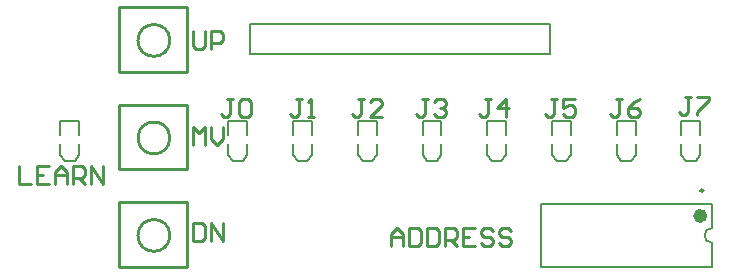
<source format=gto>
G04*
G04 #@! TF.GenerationSoftware,Altium Limited,Altium Designer,24.5.2 (23)*
G04*
G04 Layer_Color=65535*
%FSLAX25Y25*%
%MOIN*%
G70*
G04*
G04 #@! TF.SameCoordinates,1E1250FC-479B-4AD5-BC39-25AF0FE23E56*
G04*
G04*
G04 #@! TF.FilePolarity,Positive*
G04*
G01*
G75*
%ADD10C,0.02362*%
%ADD11C,0.00984*%
%ADD12C,0.00787*%
%ADD13C,0.01000*%
D10*
X240787Y41996D02*
G03*
X240787Y41996I-1181J0D01*
G01*
D11*
X240610Y50500D02*
G03*
X240610Y50500I-492J0D01*
G01*
D12*
X243543Y38000D02*
G03*
X243543Y33000I0J-2500D01*
G01*
X186457Y25067D02*
Y45933D01*
X243543Y25067D02*
Y33000D01*
Y38000D02*
Y45933D01*
X186457Y25067D02*
X243543D01*
X186457Y45933D02*
X243543D01*
X189500Y96000D02*
Y106000D01*
X89500Y96000D02*
X189500D01*
X89500D02*
Y106000D01*
X97000D01*
X189500D01*
X26350Y68878D02*
Y73602D01*
X32650Y68878D02*
Y73602D01*
X26350D02*
X32650D01*
X27925Y60216D02*
X31075D01*
X26350Y62185D02*
Y66122D01*
X31075Y60216D02*
X32650Y62185D01*
X26350D02*
X27925Y60216D01*
X32650Y62185D02*
Y66122D01*
X82350Y68878D02*
Y73602D01*
X88650Y68878D02*
Y73602D01*
X82350D02*
X88650D01*
X83925Y60216D02*
X87075D01*
X82350Y62185D02*
Y66122D01*
X87075Y60216D02*
X88650Y62185D01*
X82350D02*
X83925Y60216D01*
X88650Y62185D02*
Y66122D01*
X103922Y68878D02*
Y73602D01*
X110221Y68878D02*
Y73602D01*
X103922D02*
X110221D01*
X105497Y60216D02*
X108646D01*
X103922Y62185D02*
Y66122D01*
X108646Y60216D02*
X110221Y62185D01*
X103922D02*
X105497Y60216D01*
X110221Y62185D02*
Y66122D01*
X125493Y68878D02*
Y73602D01*
X131792Y68878D02*
Y73602D01*
X125493D02*
X131792D01*
X127068Y60216D02*
X130218D01*
X125493Y62185D02*
Y66122D01*
X130218Y60216D02*
X131792Y62185D01*
X125493D02*
X127068Y60216D01*
X131792Y62185D02*
Y66122D01*
X147065Y68878D02*
Y73602D01*
X153364Y68878D02*
Y73602D01*
X147065D02*
X153364D01*
X148640Y60216D02*
X151789D01*
X147065Y62185D02*
Y66122D01*
X151789Y60216D02*
X153364Y62185D01*
X147065D02*
X148640Y60216D01*
X153364Y62185D02*
Y66122D01*
X168636Y68878D02*
Y73602D01*
X174935Y68878D02*
Y73602D01*
X168636D02*
X174935D01*
X170211Y60216D02*
X173361D01*
X168636Y62185D02*
Y66122D01*
X173361Y60216D02*
X174935Y62185D01*
X168636D02*
X170211Y60216D01*
X174935Y62185D02*
Y66122D01*
X233350Y68878D02*
Y73602D01*
X239650Y68878D02*
Y73602D01*
X233350D02*
X239650D01*
X234925Y60216D02*
X238075D01*
X233350Y62185D02*
Y66122D01*
X238075Y60216D02*
X239650Y62185D01*
X233350D02*
X234925Y60216D01*
X239650Y62185D02*
Y66122D01*
X211779Y68878D02*
Y73602D01*
X218078Y68878D02*
Y73602D01*
X211779D02*
X218078D01*
X213354Y60216D02*
X216503D01*
X211779Y62185D02*
Y66122D01*
X216503Y60216D02*
X218078Y62185D01*
X211779D02*
X213354Y60216D01*
X218078Y62185D02*
Y66122D01*
X190208Y68878D02*
Y73602D01*
X196507Y68878D02*
Y73602D01*
X190208D02*
X196507D01*
X191782Y60216D02*
X194932D01*
X190208Y62185D02*
Y66122D01*
X194932Y60216D02*
X196507Y62185D01*
X190208D02*
X191782Y60216D01*
X196507Y62185D02*
Y66122D01*
D13*
X62815Y100500D02*
G03*
X62815Y100500I-5315J0D01*
G01*
Y68000D02*
G03*
X62815Y68000I-5315J0D01*
G01*
Y35500D02*
G03*
X62815Y35500I-5315J0D01*
G01*
X68500Y90000D02*
Y111500D01*
X46000D02*
X68500D01*
X46000Y90000D02*
Y111500D01*
Y90000D02*
X68500D01*
Y57500D02*
Y79000D01*
X46000D02*
X68500D01*
X46000Y57500D02*
Y79000D01*
Y57500D02*
X68500D01*
Y25000D02*
Y46500D01*
X46000D02*
X68500D01*
X46000Y25000D02*
Y46500D01*
Y25000D02*
X68500D01*
X70500Y39498D02*
Y33500D01*
X73499D01*
X74499Y34500D01*
Y38498D01*
X73499Y39498D01*
X70500D01*
X76498Y33500D02*
Y39498D01*
X80497Y33500D01*
Y39498D01*
X70500Y65500D02*
Y71498D01*
X72499Y69499D01*
X74499Y71498D01*
Y65500D01*
X76498Y71498D02*
Y67499D01*
X78497Y65500D01*
X80497Y67499D01*
Y71498D01*
X83999Y80998D02*
X81999D01*
X82999D01*
Y76000D01*
X81999Y75000D01*
X81000D01*
X80000Y76000D01*
X85998Y79998D02*
X86998Y80998D01*
X88997D01*
X89997Y79998D01*
Y76000D01*
X88997Y75000D01*
X86998D01*
X85998Y76000D01*
Y79998D01*
X106999Y80998D02*
X104999D01*
X105999D01*
Y76000D01*
X104999Y75000D01*
X104000D01*
X103000Y76000D01*
X108998Y75000D02*
X110997D01*
X109998D01*
Y80998D01*
X108998Y79998D01*
X127499Y80998D02*
X125499D01*
X126499D01*
Y76000D01*
X125499Y75000D01*
X124500D01*
X123500Y76000D01*
X133497Y75000D02*
X129498D01*
X133497Y78999D01*
Y79998D01*
X132497Y80998D01*
X130498D01*
X129498Y79998D01*
X70500Y103498D02*
Y98500D01*
X71500Y97500D01*
X73499D01*
X74499Y98500D01*
Y103498D01*
X76498Y97500D02*
Y103498D01*
X79497D01*
X80497Y102498D01*
Y100499D01*
X79497Y99499D01*
X76498D01*
X136500Y32000D02*
Y35999D01*
X138499Y37998D01*
X140499Y35999D01*
Y32000D01*
Y34999D01*
X136500D01*
X142498Y37998D02*
Y32000D01*
X145497D01*
X146497Y33000D01*
Y36998D01*
X145497Y37998D01*
X142498D01*
X148496D02*
Y32000D01*
X151495D01*
X152495Y33000D01*
Y36998D01*
X151495Y37998D01*
X148496D01*
X154494Y32000D02*
Y37998D01*
X157493D01*
X158493Y36998D01*
Y34999D01*
X157493Y33999D01*
X154494D01*
X156493D02*
X158493Y32000D01*
X164491Y37998D02*
X160492D01*
Y32000D01*
X164491D01*
X160492Y34999D02*
X162492D01*
X170489Y36998D02*
X169489Y37998D01*
X167490D01*
X166490Y36998D01*
Y35999D01*
X167490Y34999D01*
X169489D01*
X170489Y33999D01*
Y33000D01*
X169489Y32000D01*
X167490D01*
X166490Y33000D01*
X176487Y36998D02*
X175487Y37998D01*
X173488D01*
X172488Y36998D01*
Y35999D01*
X173488Y34999D01*
X175487D01*
X176487Y33999D01*
Y33000D01*
X175487Y32000D01*
X173488D01*
X172488Y33000D01*
X148999Y80998D02*
X146999D01*
X147999D01*
Y76000D01*
X146999Y75000D01*
X146000D01*
X145000Y76000D01*
X150998Y79998D02*
X151998Y80998D01*
X153997D01*
X154997Y79998D01*
Y78999D01*
X153997Y77999D01*
X152997D01*
X153997D01*
X154997Y76999D01*
Y76000D01*
X153997Y75000D01*
X151998D01*
X150998Y76000D01*
X169999Y80998D02*
X167999D01*
X168999D01*
Y76000D01*
X167999Y75000D01*
X167000D01*
X166000Y76000D01*
X174997Y75000D02*
Y80998D01*
X171998Y77999D01*
X175997D01*
X191999Y80998D02*
X189999D01*
X190999D01*
Y76000D01*
X189999Y75000D01*
X189000D01*
X188000Y76000D01*
X197997Y80998D02*
X193998D01*
Y77999D01*
X195997Y78999D01*
X196997D01*
X197997Y77999D01*
Y76000D01*
X196997Y75000D01*
X194998D01*
X193998Y76000D01*
X213499Y80998D02*
X211499D01*
X212499D01*
Y76000D01*
X211499Y75000D01*
X210500D01*
X209500Y76000D01*
X219497Y80998D02*
X217497Y79998D01*
X215498Y77999D01*
Y76000D01*
X216498Y75000D01*
X218497D01*
X219497Y76000D01*
Y76999D01*
X218497Y77999D01*
X215498D01*
X236499Y81498D02*
X234499D01*
X235499D01*
Y76500D01*
X234499Y75500D01*
X233500D01*
X232500Y76500D01*
X238498Y81498D02*
X242497D01*
Y80498D01*
X238498Y76500D01*
Y75500D01*
X12500Y58498D02*
Y52500D01*
X16499D01*
X22497Y58498D02*
X18498D01*
Y52500D01*
X22497D01*
X18498Y55499D02*
X20497D01*
X24496Y52500D02*
Y56499D01*
X26496Y58498D01*
X28495Y56499D01*
Y52500D01*
Y55499D01*
X24496D01*
X30494Y52500D02*
Y58498D01*
X33493D01*
X34493Y57498D01*
Y55499D01*
X33493Y54499D01*
X30494D01*
X32493D02*
X34493Y52500D01*
X36492D02*
Y58498D01*
X40491Y52500D01*
Y58498D01*
M02*

</source>
